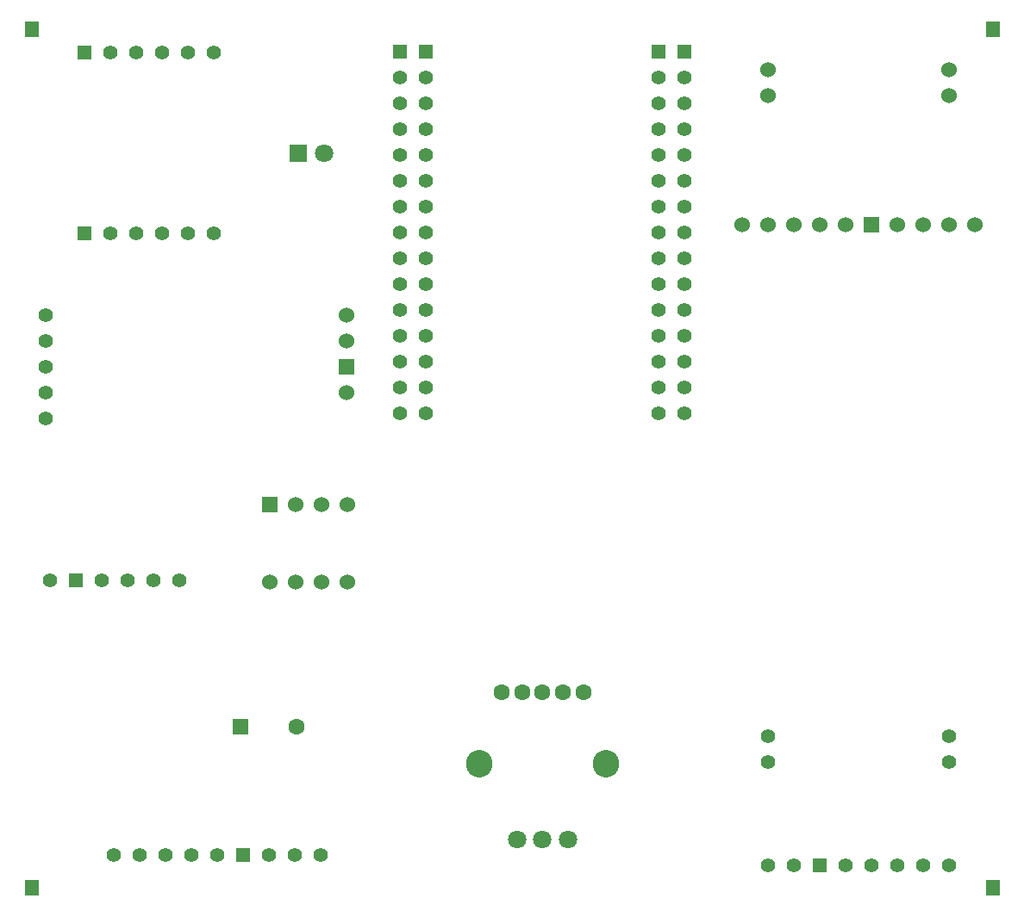
<source format=gbs>
%TF.GenerationSoftware,KiCad,Pcbnew,(5.1.10-1-10_14)*%
%TF.CreationDate,2021-12-01T23:10:12+09:00*%
%TF.ProjectId,EB-ESP32,45422d45-5350-4333-922e-6b696361645f,V1.0*%
%TF.SameCoordinates,Original*%
%TF.FileFunction,Soldermask,Bot*%
%TF.FilePolarity,Negative*%
%FSLAX46Y46*%
G04 Gerber Fmt 4.6, Leading zero omitted, Abs format (unit mm)*
G04 Created by KiCad (PCBNEW (5.1.10-1-10_14)) date 2021-12-01 23:10:12*
%MOMM*%
%LPD*%
G01*
G04 APERTURE LIST*
%ADD10R,1.400000X1.524000*%
%ADD11R,1.600000X1.600000*%
%ADD12C,1.600000*%
%ADD13C,1.800000*%
%ADD14R,1.800000X1.800000*%
%ADD15C,1.400000*%
%ADD16R,1.400000X1.400000*%
%ADD17O,2.600000X2.700000*%
%ADD18C,1.524000*%
%ADD19R,1.524000X1.524000*%
G04 APERTURE END LIST*
D10*
%TO.C,TP4*%
X-47200000Y-42200000D03*
%TD*%
%TO.C,TP3*%
X47200000Y-42200000D03*
%TD*%
%TO.C,TP2*%
X47200000Y42200000D03*
%TD*%
%TO.C,TP1*%
X-47200000Y42200000D03*
%TD*%
D11*
%TO.C,C1*%
X-26650000Y-26400000D03*
D12*
X-21150000Y-26400000D03*
%TD*%
D13*
%TO.C,Q1*%
X-18460000Y30000000D03*
D14*
X-21000000Y30000000D03*
%TD*%
D15*
%TO.C,J9*%
X-18840000Y-39000000D03*
X-21380000Y-39000000D03*
X-23920000Y-39000000D03*
D16*
X-26460000Y-39000000D03*
D15*
X-29000000Y-39000000D03*
X-31540000Y-39000000D03*
X-34080000Y-39000000D03*
X-36620000Y-39000000D03*
X-39160000Y-39000000D03*
%TD*%
%TO.C,J8*%
X25110000Y-27300000D03*
X25110000Y-29840000D03*
X42890000Y-27300000D03*
X42890000Y-29840000D03*
X42890000Y-40000000D03*
X40350000Y-40000000D03*
X37810000Y-40000000D03*
X35270000Y-40000000D03*
X32730000Y-40000000D03*
D16*
X30190000Y-40000000D03*
D15*
X27650000Y-40000000D03*
X25110000Y-40000000D03*
%TD*%
D17*
%TO.C,J7*%
X9200000Y-30000000D03*
X-3200000Y-30000000D03*
D13*
X5500000Y-37500000D03*
X3000000Y-37500000D03*
X500000Y-37500000D03*
D12*
X7000000Y-23000000D03*
X5000000Y-23000000D03*
X3000000Y-23000000D03*
X1000000Y-23000000D03*
X-1000000Y-23000000D03*
%TD*%
D18*
%TO.C,J6*%
X-16230000Y14080000D03*
X-16230000Y11540000D03*
D19*
X-16230000Y9000000D03*
D18*
X-16230000Y6460000D03*
D15*
X-45770000Y3920000D03*
X-45770000Y6460000D03*
X-45770000Y9000000D03*
X-45770000Y11540000D03*
X-45770000Y14080000D03*
%TD*%
%TO.C,J5*%
X16970000Y4440000D03*
X16970000Y9520000D03*
X16970000Y12060000D03*
X16970000Y14600000D03*
X16970000Y17140000D03*
X16970000Y19680000D03*
X16970000Y22220000D03*
X16970000Y24760000D03*
X16970000Y27300000D03*
X16970000Y29840000D03*
X16970000Y32380000D03*
X16970000Y34920000D03*
X16970000Y37460000D03*
D16*
X16970000Y40000000D03*
D15*
X16970000Y6980000D03*
D16*
X-10970000Y40000000D03*
D15*
X-10970000Y29840000D03*
X-10970000Y24760000D03*
X-10970000Y4440000D03*
X-10970000Y34920000D03*
X-10970000Y37460000D03*
X-10970000Y12060000D03*
X-10970000Y9520000D03*
X-10970000Y6980000D03*
X-10970000Y32380000D03*
X-10970000Y27300000D03*
X-10970000Y22220000D03*
X-10970000Y19680000D03*
X-10970000Y17140000D03*
X-10970000Y14600000D03*
X14430000Y6980000D03*
D16*
X14430000Y40000000D03*
D15*
X14430000Y37460000D03*
X14430000Y34920000D03*
X14430000Y32380000D03*
X14430000Y29840000D03*
X14430000Y27300000D03*
X14430000Y24760000D03*
X14430000Y22220000D03*
X14430000Y19680000D03*
X14430000Y17140000D03*
X14430000Y14600000D03*
X14430000Y12060000D03*
X14430000Y9520000D03*
X14430000Y4440000D03*
X-8430000Y4440000D03*
X-8430000Y6980000D03*
X-8430000Y9520000D03*
X-8430000Y12060000D03*
X-8430000Y14600000D03*
X-8430000Y17140000D03*
X-8430000Y19680000D03*
X-8430000Y22220000D03*
X-8430000Y24760000D03*
X-8430000Y27300000D03*
X-8430000Y29840000D03*
X-8430000Y32380000D03*
X-8430000Y34920000D03*
X-8430000Y37460000D03*
D16*
X-8430000Y40000000D03*
%TD*%
%TO.C,J4*%
X-42000000Y39890000D03*
D15*
X-39460000Y39890000D03*
X-36920000Y39890000D03*
X-34380000Y39890000D03*
X-31840000Y39890000D03*
X-29300000Y39890000D03*
X-29300000Y22110000D03*
X-31840000Y22110000D03*
X-34380000Y22110000D03*
X-36920000Y22110000D03*
X-39460000Y22110000D03*
D16*
X-42000000Y22110000D03*
%TD*%
D18*
%TO.C,J3*%
X-16190000Y-12210000D03*
X-18730000Y-12210000D03*
X-21270000Y-12210000D03*
X-23810000Y-12210000D03*
D19*
X-23810000Y-4590000D03*
D18*
X-21270000Y-4590000D03*
X-18730000Y-4590000D03*
X-16190000Y-4590000D03*
%TD*%
D15*
%TO.C,J2*%
X-32650000Y-12000000D03*
X-35190000Y-12000000D03*
X-37730000Y-12000000D03*
X-40270000Y-12000000D03*
D16*
X-42810000Y-12000000D03*
D15*
X-45350000Y-12000000D03*
%TD*%
D18*
%TO.C,J1*%
X42890000Y38240000D03*
X42890000Y35700000D03*
X25110000Y38240000D03*
X25110000Y35700000D03*
X45430000Y23000000D03*
X42890000Y23000000D03*
X40350000Y23000000D03*
X37810000Y23000000D03*
D19*
X35270000Y23000000D03*
D18*
X32730000Y23000000D03*
X30190000Y23000000D03*
X27650000Y23000000D03*
X25110000Y23000000D03*
X22570000Y23000000D03*
%TD*%
M02*

</source>
